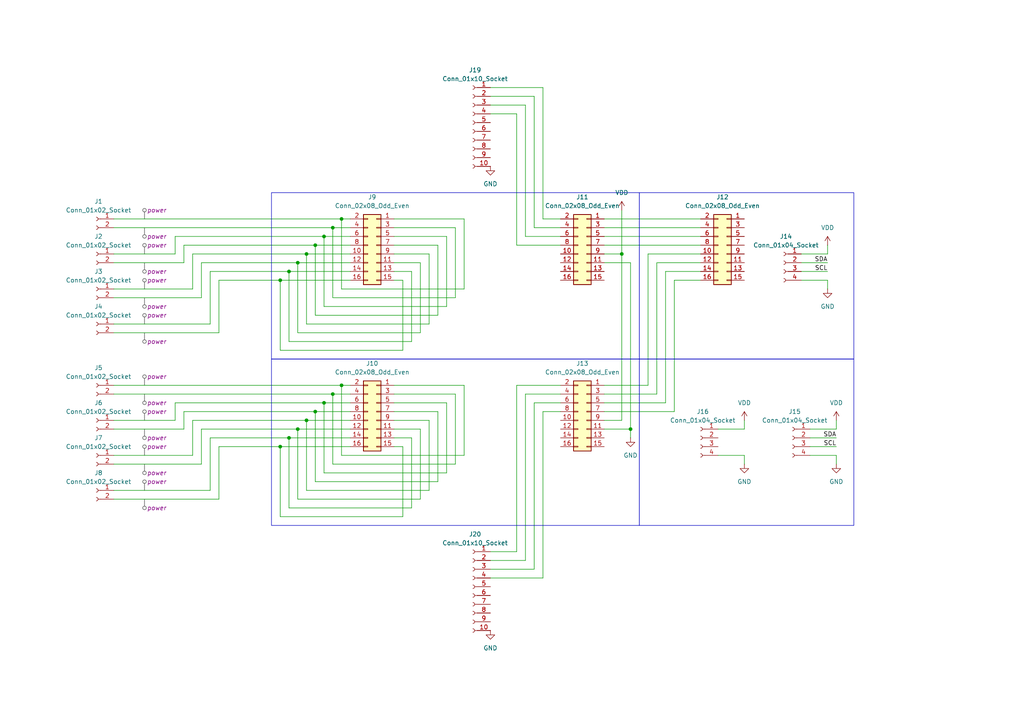
<source format=kicad_sch>
(kicad_sch (version 20231120) (generator "eeschema") (generator_version "8.0")
  (paper "A4")
  (lib_symbols
    (symbol "Connector:Conn_01x04_Socket" (pin_names (offset 1.016) hide)
      (property "Reference" "J" (at 0 5.08 0))
      (property "Value" "Conn_01x04_Socket" (at 0 -7.62 0))
      (symbol "Conn_01x04_Socket_1_1"
        (arc (start 0 -4.572) (mid -0.5058 -5.08) (end 0 -5.588) (stroke (width 0.1524)))
        (arc (start 0 -2.032) (mid -0.5058 -2.54) (end 0 -3.048) (stroke (width 0.1524)))
        (polyline (pts (xy -1.27 -5.08) (xy -0.508 -5.08)) (stroke (width 0.1524)))
        (polyline (pts (xy -1.27 -2.54) (xy -0.508 -2.54)) (stroke (width 0.1524)))
        (polyline (pts (xy -1.27 0) (xy -0.508 0)) (stroke (width 0.1524)))
        (polyline (pts (xy -1.27 2.54) (xy -0.508 2.54)) (stroke (width 0.1524)))
        (arc (start 0 0.508) (mid -0.5058 0) (end 0 -0.508) (stroke (width 0.1524)))
        (arc (start 0 3.048) (mid -0.5058 2.54) (end 0 2.032) (stroke (width 0.1524)))
        (pin passive line (at -5.08 2.54 0) (length 3.81) (name "Pin_1") (number "1"))
        (pin passive line (at -5.08 0 0) (length 3.81) (name "Pin_2") (number "2"))
        (pin passive line (at -5.08 -2.54 0) (length 3.81) (name "Pin_3") (number "3"))
        (pin passive line (at -5.08 -5.08 0) (length 3.81) (name "Pin_4") (number "4"))
      )
    )
    (symbol "Connector:Conn_01x10_Socket" (pin_names (offset 1.016) hide)
      (property "Reference" "J" (at 0 12.7 0))
      (property "Value" "Conn_01x10_Socket" (at 0 -15.24 0))
      (symbol "Conn_01x10_Socket_1_1"
        (arc (start 0 -12.192) (mid -0.5058 -12.7) (end 0 -13.208) (stroke (width 0.1524)))
        (arc (start 0 -9.652) (mid -0.5058 -10.16) (end 0 -10.668) (stroke (width 0.1524)))
        (arc (start 0 -7.112) (mid -0.5058 -7.62) (end 0 -8.128) (stroke (width 0.1524)))
        (arc (start 0 -4.572) (mid -0.5058 -5.08) (end 0 -5.588) (stroke (width 0.1524)))
        (arc (start 0 -2.032) (mid -0.5058 -2.54) (end 0 -3.048) (stroke (width 0.1524)))
        (polyline (pts (xy -1.27 -12.7) (xy -0.508 -12.7)) (stroke (width 0.1524)))
        (polyline (pts (xy -1.27 -10.16) (xy -0.508 -10.16)) (stroke (width 0.1524)))
        (polyline (pts (xy -1.27 -7.62) (xy -0.508 -7.62)) (stroke (width 0.1524)))
        (polyline (pts (xy -1.27 -5.08) (xy -0.508 -5.08)) (stroke (width 0.1524)))
        (polyline (pts (xy -1.27 -2.54) (xy -0.508 -2.54)) (stroke (width 0.1524)))
        (polyline (pts (xy -1.27 0) (xy -0.508 0)) (stroke (width 0.1524)))
        (polyline (pts (xy -1.27 2.54) (xy -0.508 2.54)) (stroke (width 0.1524)))
        (polyline (pts (xy -1.27 5.08) (xy -0.508 5.08)) (stroke (width 0.1524)))
        (polyline (pts (xy -1.27 7.62) (xy -0.508 7.62)) (stroke (width 0.1524)))
        (polyline (pts (xy -1.27 10.16) (xy -0.508 10.16)) (stroke (width 0.1524)))
        (arc (start 0 0.508) (mid -0.5058 0) (end 0 -0.508) (stroke (width 0.1524)))
        (arc (start 0 3.048) (mid -0.5058 2.54) (end 0 2.032) (stroke (width 0.1524)))
        (arc (start 0 5.588) (mid -0.5058 5.08) (end 0 4.572) (stroke (width 0.1524)))
        (arc (start 0 8.128) (mid -0.5058 7.62) (end 0 7.112) (stroke (width 0.1524)))
        (arc (start 0 10.668) (mid -0.5058 10.16) (end 0 9.652) (stroke (width 0.1524)))
        (pin passive line (at -5.08 10.16 0) (length 3.81) (name "Pin_1") (number "1"))
        (pin passive line (at -5.08 -12.7 0) (length 3.81) (name "Pin_10") (number "10"))
        (pin passive line (at -5.08 7.62 0) (length 3.81) (name "Pin_2") (number "2"))
        (pin passive line (at -5.08 5.08 0) (length 3.81) (name "Pin_3") (number "3"))
        (pin passive line (at -5.08 2.54 0) (length 3.81) (name "Pin_4") (number "4"))
        (pin passive line (at -5.08 0 0) (length 3.81) (name "Pin_5") (number "5"))
        (pin passive line (at -5.08 -2.54 0) (length 3.81) (name "Pin_6") (number "6"))
        (pin passive line (at -5.08 -5.08 0) (length 3.81) (name "Pin_7") (number "7"))
        (pin passive line (at -5.08 -7.62 0) (length 3.81) (name "Pin_8") (number "8"))
        (pin passive line (at -5.08 -10.16 0) (length 3.81) (name "Pin_9") (number "9"))
      )
    )
    (symbol "Connector_Generic:Conn_02x08_Odd_Even" (pin_names (offset 1.016) hide)
      (property "Reference" "J" (at 1.27 10.16 0))
      (property "Value" "Conn_02x08_Odd_Even" (at 1.27 -12.7 0))
      (symbol "Conn_02x08_Odd_Even_1_1"
        (rectangle (start -1.27 -10.033) (end 0 -10.287) (stroke (width 0.1524)))
        (rectangle (start -1.27 -7.493) (end 0 -7.747) (stroke (width 0.1524)))
        (rectangle (start -1.27 -4.953) (end 0 -5.207) (stroke (width 0.1524)))
        (rectangle (start -1.27 -2.413) (end 0 -2.667) (stroke (width 0.1524)))
        (rectangle (start -1.27 0.127) (end 0 -0.127) (stroke (width 0.1524)))
        (rectangle (start -1.27 2.667) (end 0 2.413) (stroke (width 0.1524)))
        (rectangle (start -1.27 5.207) (end 0 4.953) (stroke (width 0.1524)))
        (rectangle (start -1.27 7.747) (end 0 7.493) (stroke (width 0.1524)))
        (rectangle (start -1.27 8.89) (end 3.81 -11.43) (stroke (width 0.254)) (fill (type background)))
        (rectangle (start 3.81 -10.033) (end 2.54 -10.287) (stroke (width 0.1524)))
        (rectangle (start 3.81 -7.493) (end 2.54 -7.747) (stroke (width 0.1524)))
        (rectangle (start 3.81 -4.953) (end 2.54 -5.207) (stroke (width 0.1524)))
        (rectangle (start 3.81 -2.413) (end 2.54 -2.667) (stroke (width 0.1524)))
        (rectangle (start 3.81 0.127) (end 2.54 -0.127) (stroke (width 0.1524)))
        (rectangle (start 3.81 2.667) (end 2.54 2.413) (stroke (width 0.1524)))
        (rectangle (start 3.81 5.207) (end 2.54 4.953) (stroke (width 0.1524)))
        (rectangle (start 3.81 7.747) (end 2.54 7.493) (stroke (width 0.1524)))
        (pin passive line (at -5.08 7.62 0) (length 3.81) (name "Pin_1") (number "1"))
        (pin passive line (at 7.62 -2.54 180) (length 3.81) (name "Pin_10") (number "10"))
        (pin passive line (at -5.08 -5.08 0) (length 3.81) (name "Pin_11") (number "11"))
        (pin passive line (at 7.62 -5.08 180) (length 3.81) (name "Pin_12") (number "12"))
        (pin passive line (at -5.08 -7.62 0) (length 3.81) (name "Pin_13") (number "13"))
        (pin passive line (at 7.62 -7.62 180) (length 3.81) (name "Pin_14") (number "14"))
        (pin passive line (at -5.08 -10.16 0) (length 3.81) (name "Pin_15") (number "15"))
        (pin passive line (at 7.62 -10.16 180) (length 3.81) (name "Pin_16") (number "16"))
        (pin passive line (at 7.62 7.62 180) (length 3.81) (name "Pin_2") (number "2"))
        (pin passive line (at -5.08 5.08 0) (length 3.81) (name "Pin_3") (number "3"))
        (pin passive line (at 7.62 5.08 180) (length 3.81) (name "Pin_4") (number "4"))
        (pin passive line (at -5.08 2.54 0) (length 3.81) (name "Pin_5") (number "5"))
        (pin passive line (at 7.62 2.54 180) (length 3.81) (name "Pin_6") (number "6"))
        (pin passive line (at -5.08 0 0) (length 3.81) (name "Pin_7") (number "7"))
        (pin passive line (at 7.62 0 180) (length 3.81) (name "Pin_8") (number "8"))
        (pin passive line (at -5.08 -2.54 0) (length 3.81) (name "Pin_9") (number "9"))
      )
    )
    (symbol "Degson:Conn_01x02_Socket" (pin_names (offset 1.016) hide)
      (property "Reference" "J" (at 0 2.54 0))
      (property "Value" "Conn_01x02_Socket" (at 0 -5.08 0))
      (symbol "Conn_01x02_Socket_1_1"
        (arc (start 0 -2.032) (mid -0.5058 -2.54) (end 0 -3.048) (stroke (width 0.1524)))
        (polyline (pts (xy -1.27 -2.54) (xy -0.508 -2.54)) (stroke (width 0.1524)))
        (polyline (pts (xy -1.27 0) (xy -0.508 0)) (stroke (width 0.1524)))
        (arc (start 0 0.508) (mid -0.5058 0) (end 0 -0.508) (stroke (width 0.1524)))
        (pin passive line (at -5.08 0 0) (length 3.81) (name "Pin_1") (number "1"))
        (pin passive line (at -5.08 -2.54 0) (length 3.81) (name "Pin_2") (number "2"))
      )
    )
    (symbol "power:GND" (power) (pin_numbers hide) (pin_names (offset 0) hide)
      (property "Value" "GND" (at 0 -3.81 0))
      (symbol "GND_0_1"
        (polyline (pts (xy 0 0) (xy 0 -1.27) (xy 1.27 -1.27) (xy 0 -2.54) (xy -1.27 -1.27) (xy 0 -1.27)))
      )
      (symbol "GND_1_1"
        (pin power_in line (at 0 0 270) (length 0) (name "~") (number "1"))
      )
    )
    (symbol "power:VDD" (power) (pin_numbers hide) (pin_names (offset 0) hide)
      (property "Value" "VDD" (at 0 3.556 0))
      (symbol "VDD_0_1"
        (polyline (pts (xy -0.762 1.27) (xy 0 2.54)))
        (polyline (pts (xy 0 0) (xy 0 2.54)))
        (polyline (pts (xy 0 2.54) (xy 0.762 1.27)))
      )
      (symbol "VDD_1_1"
        (pin power_in line (at 0 0 90) (length 0) (name "~") (number "1"))
      )
    )
  )
  (junction (at 96.52 66.04))
  (junction (at 83.82 127))
  (junction (at 91.44 71.12))
  (junction (at 180.34 73.66))
  (junction (at 91.44 119.38))
  (junction (at 86.36 76.2))
  (junction (at 88.9 73.66))
  (junction (at 99.06 63.5))
  (junction (at 99.06 111.76))
  (junction (at 93.98 68.58))
  (junction (at 86.36 124.46))
  (junction (at 182.88 124.46))
  (junction (at 88.9 121.92))
  (junction (at 81.28 129.54))
  (junction (at 81.28 81.28))
  (junction (at 93.98 116.84))
  (junction (at 83.82 78.74))
  (junction (at 96.52 114.3))
  (wire (pts (xy 53.34 76.2) (xy 53.34 71.12)))
  (wire (pts (xy 154.94 27.94) (xy 154.94 66.04)))
  (wire (pts (xy 232.41 78.74) (xy 240.03 78.74)))
  (wire (pts (xy 234.95 132.08) (xy 242.57 132.08)))
  (wire (pts (xy 91.44 119.38) (xy 91.44 139.7)))
  (wire (pts (xy 114.3 116.84) (xy 129.54 116.84)))
  (wire (pts (xy 83.82 99.06) (xy 119.38 99.06)))
  (wire (pts (xy 175.26 111.76) (xy 187.96 111.76)))
  (wire (pts (xy 187.96 73.66) (xy 203.2 73.66)))
  (wire (pts (xy 195.58 81.28) (xy 203.2 81.28)))
  (wire (pts (xy 60.96 93.98) (xy 60.96 78.74)))
  (wire (pts (xy 114.3 71.12) (xy 127 71.12)))
  (wire (pts (xy 232.41 81.28) (xy 240.03 81.28)))
  (wire (pts (xy 175.26 68.58) (xy 203.2 68.58)))
  (wire (pts (xy 93.98 116.84) (xy 93.98 137.16)))
  (wire (pts (xy 53.34 124.46) (xy 53.34 119.38)))
  (wire (pts (xy 83.82 78.74) (xy 101.6 78.74)))
  (wire (pts (xy 242.57 121.92) (xy 242.57 124.46)))
  (wire (pts (xy 114.3 124.46) (xy 121.92 124.46)))
  (wire (pts (xy 93.98 116.84) (xy 101.6 116.84)))
  (wire (pts (xy 83.82 127) (xy 101.6 127)))
  (wire (pts (xy 86.36 76.2) (xy 101.6 76.2)))
  (wire (pts (xy 180.34 73.66) (xy 180.34 121.92)))
  (wire (pts (xy 33.02 86.36) (xy 58.42 86.36)))
  (wire (pts (xy 96.52 66.04) (xy 101.6 66.04)))
  (wire (pts (xy 114.3 81.28) (xy 116.84 81.28)))
  (wire (pts (xy 55.88 121.92) (xy 88.9 121.92)))
  (wire (pts (xy 114.3 68.58) (xy 129.54 68.58)))
  (wire (pts (xy 182.88 76.2) (xy 182.88 124.46)))
  (wire (pts (xy 182.88 124.46) (xy 182.88 127)))
  (wire (pts (xy 242.57 132.08) (xy 242.57 134.62)))
  (wire (pts (xy 114.3 66.04) (xy 132.08 66.04)))
  (wire (pts (xy 93.98 137.16) (xy 129.54 137.16)))
  (wire (pts (xy 149.86 160.02) (xy 149.86 111.76)))
  (wire (pts (xy 142.24 167.64) (xy 157.48 167.64)))
  (wire (pts (xy 142.24 33.02) (xy 149.86 33.02)))
  (wire (pts (xy 193.04 78.74) (xy 193.04 116.84)))
  (wire (pts (xy 88.9 121.92) (xy 88.9 142.24)))
  (wire (pts (xy 208.28 124.46) (xy 215.9 124.46)))
  (wire (pts (xy 55.88 132.08) (xy 55.88 121.92)))
  (wire (pts (xy 58.42 134.62) (xy 58.42 124.46)))
  (wire (pts (xy 33.02 73.66) (xy 50.8 73.66)))
  (wire (pts (xy 33.02 66.04) (xy 96.52 66.04)))
  (wire (pts (xy 88.9 73.66) (xy 88.9 93.98)))
  (wire (pts (xy 132.08 86.36) (xy 132.08 66.04)))
  (wire (pts (xy 96.52 66.04) (xy 96.52 86.36)))
  (wire (pts (xy 83.82 127) (xy 83.82 147.32)))
  (wire (pts (xy 60.96 127) (xy 83.82 127)))
  (wire (pts (xy 88.9 93.98) (xy 124.46 93.98)))
  (wire (pts (xy 93.98 88.9) (xy 129.54 88.9)))
  (wire (pts (xy 142.24 160.02) (xy 149.86 160.02)))
  (wire (pts (xy 175.26 116.84) (xy 193.04 116.84)))
  (wire (pts (xy 33.02 134.62) (xy 58.42 134.62)))
  (wire (pts (xy 190.5 114.3) (xy 190.5 76.2)))
  (wire (pts (xy 190.5 76.2) (xy 203.2 76.2)))
  (wire (pts (xy 53.34 71.12) (xy 91.44 71.12)))
  (wire (pts (xy 152.4 68.58) (xy 152.4 30.48)))
  (wire (pts (xy 114.3 129.54) (xy 116.84 129.54)))
  (wire (pts (xy 175.26 63.5) (xy 203.2 63.5)))
  (wire (pts (xy 58.42 76.2) (xy 86.36 76.2)))
  (wire (pts (xy 215.9 132.08) (xy 215.9 134.62)))
  (wire (pts (xy 81.28 149.86) (xy 116.84 149.86)))
  (wire (pts (xy 119.38 127) (xy 114.3 127)))
  (wire (pts (xy 240.03 81.28) (xy 240.03 83.82)))
  (wire (pts (xy 154.94 66.04) (xy 162.56 66.04)))
  (wire (pts (xy 86.36 76.2) (xy 86.36 96.52)))
  (wire (pts (xy 121.92 96.52) (xy 121.92 76.2)))
  (wire (pts (xy 195.58 119.38) (xy 195.58 81.28)))
  (wire (pts (xy 149.86 111.76) (xy 162.56 111.76)))
  (wire (pts (xy 83.82 147.32) (xy 119.38 147.32)))
  (wire (pts (xy 33.02 76.2) (xy 53.34 76.2)))
  (wire (pts (xy 81.28 101.6) (xy 116.84 101.6)))
  (wire (pts (xy 33.02 96.52) (xy 63.5 96.52)))
  (wire (pts (xy 114.3 114.3) (xy 132.08 114.3)))
  (wire (pts (xy 142.24 25.4) (xy 157.48 25.4)))
  (wire (pts (xy 88.9 121.92) (xy 101.6 121.92)))
  (wire (pts (xy 124.46 142.24) (xy 124.46 121.92)))
  (wire (pts (xy 208.28 132.08) (xy 215.9 132.08)))
  (wire (pts (xy 50.8 73.66) (xy 50.8 68.58)))
  (wire (pts (xy 96.52 114.3) (xy 96.52 134.62)))
  (wire (pts (xy 91.44 91.44) (xy 127 91.44)))
  (wire (pts (xy 114.3 73.66) (xy 124.46 73.66)))
  (wire (pts (xy 175.26 119.38) (xy 195.58 119.38)))
  (wire (pts (xy 33.02 111.76) (xy 99.06 111.76)))
  (wire (pts (xy 114.3 63.5) (xy 134.62 63.5)))
  (wire (pts (xy 60.96 142.24) (xy 60.96 127)))
  (wire (pts (xy 114.3 119.38) (xy 127 119.38)))
  (wire (pts (xy 119.38 147.32) (xy 119.38 127)))
  (wire (pts (xy 58.42 86.36) (xy 58.42 76.2)))
  (wire (pts (xy 99.06 63.5) (xy 99.06 83.82)))
  (wire (pts (xy 119.38 78.74) (xy 114.3 78.74)))
  (wire (pts (xy 149.86 71.12) (xy 162.56 71.12)))
  (wire (pts (xy 91.44 119.38) (xy 101.6 119.38)))
  (wire (pts (xy 175.26 73.66) (xy 180.34 73.66)))
  (wire (pts (xy 142.24 27.94) (xy 154.94 27.94)))
  (wire (pts (xy 101.6 111.76) (xy 99.06 111.76)))
  (wire (pts (xy 157.48 63.5) (xy 157.48 25.4)))
  (wire (pts (xy 93.98 68.58) (xy 93.98 88.9)))
  (wire (pts (xy 121.92 144.78) (xy 121.92 124.46)))
  (wire (pts (xy 132.08 134.62) (xy 132.08 114.3)))
  (wire (pts (xy 81.28 81.28) (xy 81.28 101.6)))
  (wire (pts (xy 175.26 114.3) (xy 190.5 114.3)))
  (wire (pts (xy 232.41 73.66) (xy 240.03 73.66)))
  (wire (pts (xy 96.52 114.3) (xy 101.6 114.3)))
  (wire (pts (xy 154.94 116.84) (xy 162.56 116.84)))
  (wire (pts (xy 86.36 124.46) (xy 101.6 124.46)))
  (wire (pts (xy 91.44 139.7) (xy 127 139.7)))
  (wire (pts (xy 86.36 124.46) (xy 86.36 144.78)))
  (wire (pts (xy 193.04 78.74) (xy 203.2 78.74)))
  (wire (pts (xy 99.06 83.82) (xy 134.62 83.82)))
  (wire (pts (xy 162.56 114.3) (xy 152.4 114.3)))
  (wire (pts (xy 63.5 81.28) (xy 81.28 81.28)))
  (wire (pts (xy 234.95 129.54) (xy 242.57 129.54)))
  (wire (pts (xy 33.02 83.82) (xy 55.88 83.82)))
  (wire (pts (xy 134.62 83.82) (xy 134.62 63.5)))
  (wire (pts (xy 93.98 68.58) (xy 101.6 68.58)))
  (wire (pts (xy 55.88 83.82) (xy 55.88 73.66)))
  (wire (pts (xy 63.5 129.54) (xy 81.28 129.54)))
  (wire (pts (xy 142.24 165.1) (xy 154.94 165.1)))
  (wire (pts (xy 157.48 119.38) (xy 157.48 167.64)))
  (wire (pts (xy 142.24 162.56) (xy 152.4 162.56)))
  (wire (pts (xy 116.84 149.86) (xy 116.84 129.54)))
  (wire (pts (xy 33.02 121.92) (xy 50.8 121.92)))
  (wire (pts (xy 33.02 142.24) (xy 60.96 142.24)))
  (wire (pts (xy 50.8 121.92) (xy 50.8 116.84)))
  (wire (pts (xy 124.46 93.98) (xy 124.46 73.66)))
  (wire (pts (xy 99.06 63.5) (xy 101.6 63.5)))
  (wire (pts (xy 60.96 78.74) (xy 83.82 78.74)))
  (wire (pts (xy 240.03 71.12) (xy 240.03 73.66)))
  (wire (pts (xy 149.86 33.02) (xy 149.86 71.12)))
  (wire (pts (xy 114.3 76.2) (xy 121.92 76.2)))
  (wire (pts (xy 33.02 114.3) (xy 96.52 114.3)))
  (wire (pts (xy 63.5 96.52) (xy 63.5 81.28)))
  (wire (pts (xy 58.42 124.46) (xy 86.36 124.46)))
  (wire (pts (xy 96.52 86.36) (xy 132.08 86.36)))
  (wire (pts (xy 129.54 88.9) (xy 129.54 68.58)))
  (wire (pts (xy 99.06 132.08) (xy 134.62 132.08)))
  (wire (pts (xy 96.52 134.62) (xy 132.08 134.62)))
  (wire (pts (xy 91.44 71.12) (xy 91.44 91.44)))
  (wire (pts (xy 88.9 73.66) (xy 101.6 73.66)))
  (wire (pts (xy 53.34 119.38) (xy 91.44 119.38)))
  (wire (pts (xy 129.54 137.16) (xy 129.54 116.84)))
  (wire (pts (xy 127 139.7) (xy 127 119.38)))
  (wire (pts (xy 83.82 78.74) (xy 83.82 99.06)))
  (wire (pts (xy 234.95 124.46) (xy 242.57 124.46)))
  (wire (pts (xy 81.28 129.54) (xy 81.28 149.86)))
  (wire (pts (xy 175.26 66.04) (xy 203.2 66.04)))
  (wire (pts (xy 91.44 71.12) (xy 101.6 71.12)))
  (wire (pts (xy 86.36 96.52) (xy 121.92 96.52)))
  (wire (pts (xy 50.8 68.58) (xy 93.98 68.58)))
  (wire (pts (xy 162.56 63.5) (xy 157.48 63.5)))
  (wire (pts (xy 55.88 73.66) (xy 88.9 73.66)))
  (wire (pts (xy 162.56 68.58) (xy 152.4 68.58)))
  (wire (pts (xy 33.02 144.78) (xy 63.5 144.78)))
  (wire (pts (xy 232.41 76.2) (xy 240.03 76.2)))
  (wire (pts (xy 152.4 30.48) (xy 142.24 30.48)))
  (wire (pts (xy 180.34 60.96) (xy 180.34 73.66)))
  (wire (pts (xy 154.94 165.1) (xy 154.94 116.84)))
  (wire (pts (xy 234.95 127) (xy 242.57 127)))
  (wire (pts (xy 175.26 124.46) (xy 182.88 124.46)))
  (wire (pts (xy 114.3 111.76) (xy 134.62 111.76)))
  (wire (pts (xy 134.62 132.08) (xy 134.62 111.76)))
  (wire (pts (xy 99.06 111.76) (xy 99.06 132.08)))
  (wire (pts (xy 175.26 71.12) (xy 203.2 71.12)))
  (wire (pts (xy 88.9 142.24) (xy 124.46 142.24)))
  (wire (pts (xy 86.36 144.78) (xy 121.92 144.78)))
  (wire (pts (xy 119.38 99.06) (xy 119.38 78.74)))
  (wire (pts (xy 187.96 73.66) (xy 187.96 111.76)))
  (wire (pts (xy 33.02 132.08) (xy 55.88 132.08)))
  (wire (pts (xy 175.26 121.92) (xy 180.34 121.92)))
  (wire (pts (xy 63.5 144.78) (xy 63.5 129.54)))
  (wire (pts (xy 127 91.44) (xy 127 71.12)))
  (wire (pts (xy 33.02 124.46) (xy 53.34 124.46)))
  (wire (pts (xy 33.02 93.98) (xy 60.96 93.98)))
  (wire (pts (xy 215.9 121.92) (xy 215.9 124.46)))
  (wire (pts (xy 81.28 81.28) (xy 101.6 81.28)))
  (wire (pts (xy 175.26 76.2) (xy 182.88 76.2)))
  (wire (pts (xy 116.84 101.6) (xy 116.84 81.28)))
  (wire (pts (xy 33.02 63.5) (xy 99.06 63.5)))
  (wire (pts (xy 152.4 114.3) (xy 152.4 162.56)))
  (wire (pts (xy 114.3 121.92) (xy 124.46 121.92)))
  (wire (pts (xy 81.28 129.54) (xy 101.6 129.54)))
  (wire (pts (xy 50.8 116.84) (xy 93.98 116.84)))
  (wire (pts (xy 162.56 119.38) (xy 157.48 119.38)))
  (rectangle (start 78.74 104.14) (end 185.42 152.4))
  (rectangle (start 78.74 55.88) (end 185.42 104.14))
  (rectangle (start 185.42 55.88) (end 247.65 104.14))
  (rectangle (start 185.42 104.14) (end 247.65 152.4))
  (label "SDA" (at 242.57 127 180))
  (label "SDA" (at 240.03 76.2 180))
  (label "SCL" (at 240.03 78.74 180))
  (label "SCL" (at 242.57 129.54 180))
  (netclass_flag "" (length 2.54) (shape round) (at 41.91 114.3 180) (property "Netclass" "power" (at 42.6085 116.84 0) (effects (font (italic yes)) (justify left))))
  (netclass_flag "" (length 2.54) (shape round) (at 41.91 111.76 0) (property "Netclass" "power" (at 42.6085 109.22 0) (effects (font (italic yes)) (justify left))))
  (netclass_flag "" (length 2.54) (shape round) (at 41.91 63.5 0) (property "Netclass" "power" (at 42.6085 60.96 0) (effects (font (italic yes)) (justify left))))
  (netclass_flag "" (length 2.54) (shape round) (at 41.91 66.04 180) (property "Netclass" "power" (at 42.6085 68.58 0) (effects (font (italic yes)) (justify left))))
  (netclass_flag "" (length 2.54) (shape round) (at 41.91 132.08 0) (property "Netclass" "power" (at 42.6085 129.54 0) (effects (font (italic yes)) (justify left))))
  (netclass_flag "" (length 2.54) (shape round) (at 41.91 121.92 0) (property "Netclass" "power" (at 42.6085 119.38 0) (effects (font (italic yes)) (justify left))))
  (netclass_flag "" (length 2.54) (shape round) (at 41.91 134.62 180) (property "Netclass" "power" (at 42.6085 137.16 0) (effects (font (italic yes)) (justify left))))
  (netclass_flag "" (length 2.54) (shape round) (at 41.91 73.66 0) (property "Netclass" "power" (at 42.6085 71.12 0) (effects (font (italic yes)) (justify left))))
  (netclass_flag "" (length 2.54) (shape round) (at 41.91 96.52 180) (property "Netclass" "power" (at 42.6085 99.06 0) (effects (font (italic yes)) (justify left))))
  (netclass_flag "" (length 2.54) (shape round) (at 41.91 142.24 0) (property "Netclass" "power" (at 42.6085 139.7 0) (effects (font (italic yes)) (justify left))))
  (netclass_flag "" (length 2.54) (shape round) (at 41.91 83.82 0) (property "Netclass" "power" (at 42.6085 81.28 0) (effects (font (italic yes)) (justify left))))
  (netclass_flag "" (length 2.54) (shape round) (at 41.91 86.36 180) (property "Netclass" "power" (at 42.6085 88.9 0) (effects (font (italic yes)) (justify left))))
  (netclass_flag "" (length 2.54) (shape round) (at 41.91 124.46 180) (property "Netclass" "power" (at 42.6085 127 0) (effects (font (italic yes)) (justify left))))
  (netclass_flag "" (length 2.54) (shape round) (at 41.91 93.98 0) (property "Netclass" "power" (at 42.6085 91.44 0) (effects (font (italic yes)) (justify left))))
  (netclass_flag "" (length 2.54) (shape round) (at 41.91 144.78 180) (property "Netclass" "power" (at 42.6085 147.32 0) (effects (font (italic yes)) (justify left))))
  (netclass_flag "" (length 2.54) (shape round) (at 41.91 76.2 180) (property "Netclass" "power" (at 42.6085 78.74 0) (effects (font (italic yes)) (justify left))))
  (symbol (lib_id "Connector_Generic:Conn_02x08_Odd_Even") (at 109.22 119.38 0) (mirror y) (unit 1)
    (property "Reference" "J10" (at 107.95 105.41 0))
    (property "Value" "Conn_02x08_Odd_Even" (at 107.95 107.95 0))
    (property "Footprint" "Connector_PinSocket_2.54mm:PinSocket_2x08_P2.54mm_Vertical_SMD" (effects (hide yes)))
    (property "Description" "Generic connector, double row, 02x08, odd/even pin numbering scheme (row 1 odd numbers, row 2 even numbers), script generated (kicad-library-utils/schlib/autogen/connector/)" (effects (hide yes)))
  )
  (symbol (lib_id "power:GND") (at 242.57 134.62 0) (unit 1)
    (property "Reference" "#PWR06" (effects (hide yes)))
    (property "Value" "GND" (at 242.57 139.7 0))
    (property "Description" "Power symbol creates a global label with name \"GND\" , ground" (effects (hide yes)))
  )
  (symbol (lib_id "power:GND") (at 142.24 48.26 0) (unit 1)
    (property "Reference" "#PWR09" (effects (hide yes)))
    (property "Value" "GND" (at 142.24 53.34 0))
    (property "Description" "Power symbol creates a global label with name \"GND\" , ground" (effects (hide yes)))
  )
  (symbol (lib_id "power:VDD") (at 215.9 121.92 0) (unit 1)
    (property "Reference" "#PWR07" (effects (hide yes)))
    (property "Value" "VDD" (at 215.9 116.84 0))
    (property "Description" "Power symbol creates a global label with name \"VDD\"" (effects (hide yes)))
  )
  (symbol (lib_id "Connector:Conn_01x04_Socket") (at 229.87 127 0) (mirror y) (unit 1)
    (property "Reference" "J15" (at 230.505 119.38 0))
    (property "Value" "Conn_01x04_Socket" (at 230.505 121.92 0))
    (property "Footprint" "Connector_PinSocket_2.54mm:PinSocket_1x04_P2.54mm_Vertical_SMD_Pin1Left" (effects (hide yes)))
    (property "Description" "Generic connector, single row, 01x04, script generated" (effects (hide yes)))
  )
  (symbol (lib_id "Connector_Generic:Conn_02x08_Odd_Even") (at 210.82 71.12 0) (mirror y) (unit 1)
    (property "Reference" "J12" (at 209.55 57.15 0))
    (property "Value" "Conn_02x08_Odd_Even" (at 209.55 59.69 0))
    (property "Footprint" "Connector_PinSocket_2.54mm:PinSocket_2x08_P2.54mm_Vertical_SMD" (effects (hide yes)))
    (property "Description" "Generic connector, double row, 02x08, odd/even pin numbering scheme (row 1 odd numbers, row 2 even numbers), script generated (kicad-library-utils/schlib/autogen/connector/)" (effects (hide yes)))
  )
  (symbol (lib_id "power:VDD") (at 240.03 71.12 0) (unit 1)
    (property "Reference" "#PWR03" (effects (hide yes)))
    (property "Value" "VDD" (at 240.03 66.04 0))
    (property "Description" "Power symbol creates a global label with name \"VDD\"" (effects (hide yes)))
  )
  (symbol (lib_id "Connector:Conn_01x10_Socket") (at 137.16 35.56 0) (mirror y) (unit 1)
    (property "Reference" "J19" (at 137.795 20.32 0))
    (property "Value" "Conn_01x10_Socket" (at 137.795 22.86 0))
    (property "Footprint" "Connector_PinSocket_2.54mm:PinSocket_1x10_P2.54mm_Vertical_SMD_Pin1Left" (effects (hide yes)))
    (property "Description" "Generic connector, single row, 01x10, script generated" (effects (hide yes)))
  )
  (symbol (lib_id "Degson:Conn_01x02_Socket") (at 27.94 111.76 0) (mirror y) (unit 1)
    (property "Reference" "J5" (at 28.575 106.68 0))
    (property "Value" "Conn_01x02_Socket" (at 28.575 109.22 0))
    (property "Footprint" "Degson:Degson_2EDGK-5.08-02P" (effects (hide yes)))
    (property "Description" "Generic connector, single row, 01x02, script generated" (effects (hide yes)))
  )
  (symbol (lib_id "Degson:Conn_01x02_Socket") (at 27.94 73.66 0) (mirror y) (unit 1)
    (property "Reference" "J2" (at 28.575 68.58 0))
    (property "Value" "Conn_01x02_Socket" (at 28.575 71.12 0))
    (property "Footprint" "Degson:Degson_2EDGK-5.08-02P" (effects (hide yes)))
    (property "Description" "Generic connector, single row, 01x02, script generated" (effects (hide yes)))
  )
  (symbol (lib_id "power:GND") (at 215.9 134.62 0) (unit 1)
    (property "Reference" "#PWR08" (effects (hide yes)))
    (property "Value" "GND" (at 215.9 139.7 0))
    (property "Description" "Power symbol creates a global label with name \"GND\" , ground" (effects (hide yes)))
  )
  (symbol (lib_id "power:VDD") (at 242.57 121.92 0) (unit 1)
    (property "Reference" "#PWR05" (effects (hide yes)))
    (property "Value" "VDD" (at 242.57 116.84 0))
    (property "Description" "Power symbol creates a global label with name \"VDD\"" (effects (hide yes)))
  )
  (symbol (lib_id "Degson:Conn_01x02_Socket") (at 27.94 93.98 0) (mirror y) (unit 1)
    (property "Reference" "J4" (at 28.575 88.9 0))
    (property "Value" "Conn_01x02_Socket" (at 28.575 91.44 0))
    (property "Footprint" "Degson:Degson_2EDGK-5.08-02P" (effects (hide yes)))
    (property "Description" "Generic connector, single row, 01x02, script generated" (effects (hide yes)))
  )
  (symbol (lib_id "Degson:Conn_01x02_Socket") (at 27.94 142.24 0) (mirror y) (unit 1)
    (property "Reference" "J8" (at 28.575 137.16 0))
    (property "Value" "Conn_01x02_Socket" (at 28.575 139.7 0))
    (property "Footprint" "Degson:Degson_2EDGK-5.08-02P" (effects (hide yes)))
    (property "Description" "Generic connector, single row, 01x02, script generated" (effects (hide yes)))
  )
  (symbol (lib_id "Degson:Conn_01x02_Socket") (at 27.94 63.5 0) (mirror y) (unit 1)
    (property "Reference" "J1" (at 28.575 58.42 0))
    (property "Value" "Conn_01x02_Socket" (at 28.575 60.96 0))
    (property "Footprint" "Degson:Degson_2EDGK-5.08-02P" (effects (hide yes)))
    (property "Description" "Generic connector, single row, 01x02, script generated" (effects (hide yes)))
  )
  (symbol (lib_id "Degson:Conn_01x02_Socket") (at 27.94 132.08 0) (mirror y) (unit 1)
    (property "Reference" "J7" (at 28.575 127 0))
    (property "Value" "Conn_01x02_Socket" (at 28.575 129.54 0))
    (property "Footprint" "Degson:Degson_2EDGK-5.08-02P" (effects (hide yes)))
    (property "Description" "Generic connector, single row, 01x02, script generated" (effects (hide yes)))
  )
  (symbol (lib_id "power:GND") (at 142.24 182.88 0) (unit 1)
    (property "Reference" "#PWR010" (effects (hide yes)))
    (property "Value" "GND" (at 142.24 187.96 0))
    (property "Description" "Power symbol creates a global label with name \"GND\" , ground" (effects (hide yes)))
  )
  (symbol (lib_id "Connector_Generic:Conn_02x08_Odd_Even") (at 109.22 71.12 0) (mirror y) (unit 1)
    (property "Reference" "J9" (at 107.95 57.15 0))
    (property "Value" "Conn_02x08_Odd_Even" (at 107.95 59.69 0))
    (property "Footprint" "Connector_PinSocket_2.54mm:PinSocket_2x08_P2.54mm_Vertical_SMD" (effects (hide yes)))
    (property "Description" "Generic connector, double row, 02x08, odd/even pin numbering scheme (row 1 odd numbers, row 2 even numbers), script generated (kicad-library-utils/schlib/autogen/connector/)" (effects (hide yes)))
  )
  (symbol (lib_id "Connector:Conn_01x04_Socket") (at 227.33 76.2 0) (mirror y) (unit 1)
    (property "Reference" "J14" (at 227.965 68.58 0))
    (property "Value" "Conn_01x04_Socket" (at 227.965 71.12 0))
    (property "Footprint" "Connector_PinSocket_2.54mm:PinSocket_1x04_P2.54mm_Vertical_SMD_Pin1Left" (effects (hide yes)))
    (property "Description" "Generic connector, single row, 01x04, script generated" (effects (hide yes)))
  )
  (symbol (lib_id "Connector:Conn_01x10_Socket") (at 137.16 170.18 0) (mirror y) (unit 1)
    (property "Reference" "J20" (at 137.795 154.94 0))
    (property "Value" "Conn_01x10_Socket" (at 137.795 157.48 0))
    (property "Footprint" "Connector_PinSocket_2.54mm:PinSocket_1x10_P2.54mm_Vertical_SMD_Pin1Left" (effects (hide yes)))
    (property "Description" "Generic connector, single row, 01x10, script generated" (effects (hide yes)))
  )
  (symbol (lib_id "Connector:Conn_01x04_Socket") (at 203.2 127 0) (mirror y) (unit 1)
    (property "Reference" "J16" (at 203.835 119.38 0))
    (property "Value" "Conn_01x04_Socket" (at 203.835 121.92 0))
    (property "Footprint" "Connector_PinSocket_2.54mm:PinSocket_1x04_P2.54mm_Vertical_SMD_Pin1Left" (effects (hide yes)))
    (property "Description" "Generic connector, single row, 01x04, script generated" (effects (hide yes)))
  )
  (symbol (lib_id "Connector_Generic:Conn_02x08_Odd_Even") (at 170.18 119.38 0) (mirror y) (unit 1)
    (property "Reference" "J13" (at 168.91 105.41 0))
    (property "Value" "Conn_02x08_Odd_Even" (at 168.91 107.95 0))
    (property "Footprint" "Connector_PinSocket_2.54mm:PinSocket_2x08_P2.54mm_Vertical_SMD" (effects (hide yes)))
    (property "Description" "Generic connector, double row, 02x08, odd/even pin numbering scheme (row 1 odd numbers, row 2 even numbers), script generated (kicad-library-utils/schlib/autogen/connector/)" (effects (hide yes)))
  )
  (symbol (lib_id "power:VDD") (at 180.34 60.96 0) (unit 1)
    (property "Reference" "#PWR01" (effects (hide yes)))
    (property "Value" "VDD" (at 180.34 55.88 0))
    (property "Description" "Power symbol creates a global label with name \"VDD\"" (effects (hide yes)))
  )
  (symbol (lib_id "Degson:Conn_01x02_Socket") (at 27.94 83.82 0) (mirror y) (unit 1)
    (property "Reference" "J3" (at 28.575 78.74 0))
    (property "Value" "Conn_01x02_Socket" (at 28.575 81.28 0))
    (property "Footprint" "Degson:Degson_2EDGK-5.08-02P" (effects (hide yes)))
    (property "Description" "Generic connector, single row, 01x02, script generated" (effects (hide yes)))
  )
  (symbol (lib_id "power:GND") (at 182.88 127 0) (unit 1)
    (property "Reference" "#PWR02" (effects (hide yes)))
    (property "Value" "GND" (at 182.88 132.08 0))
    (property "Description" "Power symbol creates a global label with name \"GND\" , ground" (effects (hide yes)))
  )
  (symbol (lib_id "Degson:Conn_01x02_Socket") (at 27.94 121.92 0) (mirror y) (unit 1)
    (property "Reference" "J6" (at 28.575 116.84 0))
    (property "Value" "Conn_01x02_Socket" (at 28.575 119.38 0))
    (property "Footprint" "Degson:Degson_2EDGK-5.08-02P" (effects (hide yes)))
    (property "Description" "Generic connector, single row, 01x02, script generated" (effects (hide yes)))
  )
  (symbol (lib_id "power:GND") (at 240.03 83.82 0) (unit 1)
    (property "Reference" "#PWR04" (effects (hide yes)))
    (property "Value" "GND" (at 240.03 88.9 0))
    (property "Description" "Power symbol creates a global label with name \"GND\" , ground" (effects (hide yes)))
  )
  (symbol (lib_id "Connector_Generic:Conn_02x08_Odd_Even") (at 170.18 71.12 0) (mirror y) (unit 1)
    (property "Reference" "J11" (at 168.91 57.15 0))
    (property "Value" "Conn_02x08_Odd_Even" (at 168.91 59.69 0))
    (property "Footprint" "Connector_PinSocket_2.54mm:PinSocket_2x08_P2.54mm_Vertical_SMD" (effects (hide yes)))
    (property "Description" "Generic connector, double row, 02x08, odd/even pin numbering scheme (row 1 odd numbers, row 2 even numbers), script generated (kicad-library-utils/schlib/autogen/connector/)" (effects (hide yes)))
  )
)
</source>
